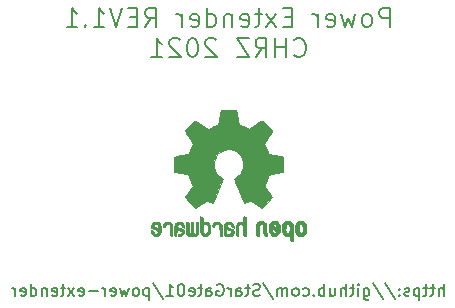
<source format=gbo>
G04 #@! TF.GenerationSoftware,KiCad,Pcbnew,5.1.10*
G04 #@! TF.CreationDate,2021-06-21T19:24:40+02:00*
G04 #@! TF.ProjectId,power-extender,706f7765-722d-4657-9874-656e6465722e,1*
G04 #@! TF.SameCoordinates,Original*
G04 #@! TF.FileFunction,Legend,Bot*
G04 #@! TF.FilePolarity,Positive*
%FSLAX46Y46*%
G04 Gerber Fmt 4.6, Leading zero omitted, Abs format (unit mm)*
G04 Created by KiCad (PCBNEW 5.1.10) date 2021-06-21 19:24:40*
%MOMM*%
%LPD*%
G01*
G04 APERTURE LIST*
%ADD10C,0.150000*%
%ADD11C,0.010000*%
G04 APERTURE END LIST*
D10*
X166714285Y-110702380D02*
X166714285Y-109702380D01*
X166285714Y-110702380D02*
X166285714Y-110178571D01*
X166333333Y-110083333D01*
X166428571Y-110035714D01*
X166571428Y-110035714D01*
X166666666Y-110083333D01*
X166714285Y-110130952D01*
X165952380Y-110035714D02*
X165571428Y-110035714D01*
X165809523Y-109702380D02*
X165809523Y-110559523D01*
X165761904Y-110654761D01*
X165666666Y-110702380D01*
X165571428Y-110702380D01*
X165380952Y-110035714D02*
X165000000Y-110035714D01*
X165238095Y-109702380D02*
X165238095Y-110559523D01*
X165190476Y-110654761D01*
X165095238Y-110702380D01*
X165000000Y-110702380D01*
X164666666Y-110035714D02*
X164666666Y-111035714D01*
X164666666Y-110083333D02*
X164571428Y-110035714D01*
X164380952Y-110035714D01*
X164285714Y-110083333D01*
X164238095Y-110130952D01*
X164190476Y-110226190D01*
X164190476Y-110511904D01*
X164238095Y-110607142D01*
X164285714Y-110654761D01*
X164380952Y-110702380D01*
X164571428Y-110702380D01*
X164666666Y-110654761D01*
X163809523Y-110654761D02*
X163714285Y-110702380D01*
X163523809Y-110702380D01*
X163428571Y-110654761D01*
X163380952Y-110559523D01*
X163380952Y-110511904D01*
X163428571Y-110416666D01*
X163523809Y-110369047D01*
X163666666Y-110369047D01*
X163761904Y-110321428D01*
X163809523Y-110226190D01*
X163809523Y-110178571D01*
X163761904Y-110083333D01*
X163666666Y-110035714D01*
X163523809Y-110035714D01*
X163428571Y-110083333D01*
X162952380Y-110607142D02*
X162904761Y-110654761D01*
X162952380Y-110702380D01*
X163000000Y-110654761D01*
X162952380Y-110607142D01*
X162952380Y-110702380D01*
X162952380Y-110083333D02*
X162904761Y-110130952D01*
X162952380Y-110178571D01*
X163000000Y-110130952D01*
X162952380Y-110083333D01*
X162952380Y-110178571D01*
X161761904Y-109654761D02*
X162619047Y-110940476D01*
X160714285Y-109654761D02*
X161571428Y-110940476D01*
X159952380Y-110035714D02*
X159952380Y-110845238D01*
X160000000Y-110940476D01*
X160047619Y-110988095D01*
X160142857Y-111035714D01*
X160285714Y-111035714D01*
X160380952Y-110988095D01*
X159952380Y-110654761D02*
X160047619Y-110702380D01*
X160238095Y-110702380D01*
X160333333Y-110654761D01*
X160380952Y-110607142D01*
X160428571Y-110511904D01*
X160428571Y-110226190D01*
X160380952Y-110130952D01*
X160333333Y-110083333D01*
X160238095Y-110035714D01*
X160047619Y-110035714D01*
X159952380Y-110083333D01*
X159476190Y-110702380D02*
X159476190Y-110035714D01*
X159476190Y-109702380D02*
X159523809Y-109750000D01*
X159476190Y-109797619D01*
X159428571Y-109750000D01*
X159476190Y-109702380D01*
X159476190Y-109797619D01*
X159142857Y-110035714D02*
X158761904Y-110035714D01*
X159000000Y-109702380D02*
X159000000Y-110559523D01*
X158952380Y-110654761D01*
X158857142Y-110702380D01*
X158761904Y-110702380D01*
X158428571Y-110702380D02*
X158428571Y-109702380D01*
X158000000Y-110702380D02*
X158000000Y-110178571D01*
X158047619Y-110083333D01*
X158142857Y-110035714D01*
X158285714Y-110035714D01*
X158380952Y-110083333D01*
X158428571Y-110130952D01*
X157095238Y-110035714D02*
X157095238Y-110702380D01*
X157523809Y-110035714D02*
X157523809Y-110559523D01*
X157476190Y-110654761D01*
X157380952Y-110702380D01*
X157238095Y-110702380D01*
X157142857Y-110654761D01*
X157095238Y-110607142D01*
X156619047Y-110702380D02*
X156619047Y-109702380D01*
X156619047Y-110083333D02*
X156523809Y-110035714D01*
X156333333Y-110035714D01*
X156238095Y-110083333D01*
X156190476Y-110130952D01*
X156142857Y-110226190D01*
X156142857Y-110511904D01*
X156190476Y-110607142D01*
X156238095Y-110654761D01*
X156333333Y-110702380D01*
X156523809Y-110702380D01*
X156619047Y-110654761D01*
X155714285Y-110607142D02*
X155666666Y-110654761D01*
X155714285Y-110702380D01*
X155761904Y-110654761D01*
X155714285Y-110607142D01*
X155714285Y-110702380D01*
X154809523Y-110654761D02*
X154904761Y-110702380D01*
X155095238Y-110702380D01*
X155190476Y-110654761D01*
X155238095Y-110607142D01*
X155285714Y-110511904D01*
X155285714Y-110226190D01*
X155238095Y-110130952D01*
X155190476Y-110083333D01*
X155095238Y-110035714D01*
X154904761Y-110035714D01*
X154809523Y-110083333D01*
X154238095Y-110702380D02*
X154333333Y-110654761D01*
X154380952Y-110607142D01*
X154428571Y-110511904D01*
X154428571Y-110226190D01*
X154380952Y-110130952D01*
X154333333Y-110083333D01*
X154238095Y-110035714D01*
X154095238Y-110035714D01*
X154000000Y-110083333D01*
X153952380Y-110130952D01*
X153904761Y-110226190D01*
X153904761Y-110511904D01*
X153952380Y-110607142D01*
X154000000Y-110654761D01*
X154095238Y-110702380D01*
X154238095Y-110702380D01*
X153476190Y-110702380D02*
X153476190Y-110035714D01*
X153476190Y-110130952D02*
X153428571Y-110083333D01*
X153333333Y-110035714D01*
X153190476Y-110035714D01*
X153095238Y-110083333D01*
X153047619Y-110178571D01*
X153047619Y-110702380D01*
X153047619Y-110178571D02*
X153000000Y-110083333D01*
X152904761Y-110035714D01*
X152761904Y-110035714D01*
X152666666Y-110083333D01*
X152619047Y-110178571D01*
X152619047Y-110702380D01*
X151428571Y-109654761D02*
X152285714Y-110940476D01*
X151142857Y-110654761D02*
X151000000Y-110702380D01*
X150761904Y-110702380D01*
X150666666Y-110654761D01*
X150619047Y-110607142D01*
X150571428Y-110511904D01*
X150571428Y-110416666D01*
X150619047Y-110321428D01*
X150666666Y-110273809D01*
X150761904Y-110226190D01*
X150952380Y-110178571D01*
X151047619Y-110130952D01*
X151095238Y-110083333D01*
X151142857Y-109988095D01*
X151142857Y-109892857D01*
X151095238Y-109797619D01*
X151047619Y-109750000D01*
X150952380Y-109702380D01*
X150714285Y-109702380D01*
X150571428Y-109750000D01*
X150285714Y-110035714D02*
X149904761Y-110035714D01*
X150142857Y-109702380D02*
X150142857Y-110559523D01*
X150095238Y-110654761D01*
X150000000Y-110702380D01*
X149904761Y-110702380D01*
X149142857Y-110702380D02*
X149142857Y-110178571D01*
X149190476Y-110083333D01*
X149285714Y-110035714D01*
X149476190Y-110035714D01*
X149571428Y-110083333D01*
X149142857Y-110654761D02*
X149238095Y-110702380D01*
X149476190Y-110702380D01*
X149571428Y-110654761D01*
X149619047Y-110559523D01*
X149619047Y-110464285D01*
X149571428Y-110369047D01*
X149476190Y-110321428D01*
X149238095Y-110321428D01*
X149142857Y-110273809D01*
X148666666Y-110702380D02*
X148666666Y-110035714D01*
X148666666Y-110226190D02*
X148619047Y-110130952D01*
X148571428Y-110083333D01*
X148476190Y-110035714D01*
X148380952Y-110035714D01*
X147523809Y-109750000D02*
X147619047Y-109702380D01*
X147761904Y-109702380D01*
X147904761Y-109750000D01*
X148000000Y-109845238D01*
X148047619Y-109940476D01*
X148095238Y-110130952D01*
X148095238Y-110273809D01*
X148047619Y-110464285D01*
X148000000Y-110559523D01*
X147904761Y-110654761D01*
X147761904Y-110702380D01*
X147666666Y-110702380D01*
X147523809Y-110654761D01*
X147476190Y-110607142D01*
X147476190Y-110273809D01*
X147666666Y-110273809D01*
X146619047Y-110702380D02*
X146619047Y-110178571D01*
X146666666Y-110083333D01*
X146761904Y-110035714D01*
X146952380Y-110035714D01*
X147047619Y-110083333D01*
X146619047Y-110654761D02*
X146714285Y-110702380D01*
X146952380Y-110702380D01*
X147047619Y-110654761D01*
X147095238Y-110559523D01*
X147095238Y-110464285D01*
X147047619Y-110369047D01*
X146952380Y-110321428D01*
X146714285Y-110321428D01*
X146619047Y-110273809D01*
X146285714Y-110035714D02*
X145904761Y-110035714D01*
X146142857Y-109702380D02*
X146142857Y-110559523D01*
X146095238Y-110654761D01*
X146000000Y-110702380D01*
X145904761Y-110702380D01*
X145190476Y-110654761D02*
X145285714Y-110702380D01*
X145476190Y-110702380D01*
X145571428Y-110654761D01*
X145619047Y-110559523D01*
X145619047Y-110178571D01*
X145571428Y-110083333D01*
X145476190Y-110035714D01*
X145285714Y-110035714D01*
X145190476Y-110083333D01*
X145142857Y-110178571D01*
X145142857Y-110273809D01*
X145619047Y-110369047D01*
X144523809Y-109702380D02*
X144428571Y-109702380D01*
X144333333Y-109750000D01*
X144285714Y-109797619D01*
X144238095Y-109892857D01*
X144190476Y-110083333D01*
X144190476Y-110321428D01*
X144238095Y-110511904D01*
X144285714Y-110607142D01*
X144333333Y-110654761D01*
X144428571Y-110702380D01*
X144523809Y-110702380D01*
X144619047Y-110654761D01*
X144666666Y-110607142D01*
X144714285Y-110511904D01*
X144761904Y-110321428D01*
X144761904Y-110083333D01*
X144714285Y-109892857D01*
X144666666Y-109797619D01*
X144619047Y-109750000D01*
X144523809Y-109702380D01*
X143238095Y-110702380D02*
X143809523Y-110702380D01*
X143523809Y-110702380D02*
X143523809Y-109702380D01*
X143619047Y-109845238D01*
X143714285Y-109940476D01*
X143809523Y-109988095D01*
X142095238Y-109654761D02*
X142952380Y-110940476D01*
X141761904Y-110035714D02*
X141761904Y-111035714D01*
X141761904Y-110083333D02*
X141666666Y-110035714D01*
X141476190Y-110035714D01*
X141380952Y-110083333D01*
X141333333Y-110130952D01*
X141285714Y-110226190D01*
X141285714Y-110511904D01*
X141333333Y-110607142D01*
X141380952Y-110654761D01*
X141476190Y-110702380D01*
X141666666Y-110702380D01*
X141761904Y-110654761D01*
X140714285Y-110702380D02*
X140809523Y-110654761D01*
X140857142Y-110607142D01*
X140904761Y-110511904D01*
X140904761Y-110226190D01*
X140857142Y-110130952D01*
X140809523Y-110083333D01*
X140714285Y-110035714D01*
X140571428Y-110035714D01*
X140476190Y-110083333D01*
X140428571Y-110130952D01*
X140380952Y-110226190D01*
X140380952Y-110511904D01*
X140428571Y-110607142D01*
X140476190Y-110654761D01*
X140571428Y-110702380D01*
X140714285Y-110702380D01*
X140047619Y-110035714D02*
X139857142Y-110702380D01*
X139666666Y-110226190D01*
X139476190Y-110702380D01*
X139285714Y-110035714D01*
X138523809Y-110654761D02*
X138619047Y-110702380D01*
X138809523Y-110702380D01*
X138904761Y-110654761D01*
X138952380Y-110559523D01*
X138952380Y-110178571D01*
X138904761Y-110083333D01*
X138809523Y-110035714D01*
X138619047Y-110035714D01*
X138523809Y-110083333D01*
X138476190Y-110178571D01*
X138476190Y-110273809D01*
X138952380Y-110369047D01*
X138047619Y-110702380D02*
X138047619Y-110035714D01*
X138047619Y-110226190D02*
X138000000Y-110130952D01*
X137952380Y-110083333D01*
X137857142Y-110035714D01*
X137761904Y-110035714D01*
X137428571Y-110321428D02*
X136666666Y-110321428D01*
X135809523Y-110654761D02*
X135904761Y-110702380D01*
X136095238Y-110702380D01*
X136190476Y-110654761D01*
X136238095Y-110559523D01*
X136238095Y-110178571D01*
X136190476Y-110083333D01*
X136095238Y-110035714D01*
X135904761Y-110035714D01*
X135809523Y-110083333D01*
X135761904Y-110178571D01*
X135761904Y-110273809D01*
X136238095Y-110369047D01*
X135428571Y-110702380D02*
X134904761Y-110035714D01*
X135428571Y-110035714D02*
X134904761Y-110702380D01*
X134666666Y-110035714D02*
X134285714Y-110035714D01*
X134523809Y-109702380D02*
X134523809Y-110559523D01*
X134476190Y-110654761D01*
X134380952Y-110702380D01*
X134285714Y-110702380D01*
X133571428Y-110654761D02*
X133666666Y-110702380D01*
X133857142Y-110702380D01*
X133952380Y-110654761D01*
X134000000Y-110559523D01*
X134000000Y-110178571D01*
X133952380Y-110083333D01*
X133857142Y-110035714D01*
X133666666Y-110035714D01*
X133571428Y-110083333D01*
X133523809Y-110178571D01*
X133523809Y-110273809D01*
X134000000Y-110369047D01*
X133095238Y-110035714D02*
X133095238Y-110702380D01*
X133095238Y-110130952D02*
X133047619Y-110083333D01*
X132952380Y-110035714D01*
X132809523Y-110035714D01*
X132714285Y-110083333D01*
X132666666Y-110178571D01*
X132666666Y-110702380D01*
X131761904Y-110702380D02*
X131761904Y-109702380D01*
X131761904Y-110654761D02*
X131857142Y-110702380D01*
X132047619Y-110702380D01*
X132142857Y-110654761D01*
X132190476Y-110607142D01*
X132238095Y-110511904D01*
X132238095Y-110226190D01*
X132190476Y-110130952D01*
X132142857Y-110083333D01*
X132047619Y-110035714D01*
X131857142Y-110035714D01*
X131761904Y-110083333D01*
X130904761Y-110654761D02*
X131000000Y-110702380D01*
X131190476Y-110702380D01*
X131285714Y-110654761D01*
X131333333Y-110559523D01*
X131333333Y-110178571D01*
X131285714Y-110083333D01*
X131190476Y-110035714D01*
X131000000Y-110035714D01*
X130904761Y-110083333D01*
X130857142Y-110178571D01*
X130857142Y-110273809D01*
X131333333Y-110369047D01*
X130428571Y-110702380D02*
X130428571Y-110035714D01*
X130428571Y-110226190D02*
X130380952Y-110130952D01*
X130333333Y-110083333D01*
X130238095Y-110035714D01*
X130142857Y-110035714D01*
X162138095Y-87948809D02*
X162138095Y-86348809D01*
X161528571Y-86348809D01*
X161376190Y-86425000D01*
X161300000Y-86501190D01*
X161223809Y-86653571D01*
X161223809Y-86882142D01*
X161300000Y-87034523D01*
X161376190Y-87110714D01*
X161528571Y-87186904D01*
X162138095Y-87186904D01*
X160309523Y-87948809D02*
X160461904Y-87872619D01*
X160538095Y-87796428D01*
X160614285Y-87644047D01*
X160614285Y-87186904D01*
X160538095Y-87034523D01*
X160461904Y-86958333D01*
X160309523Y-86882142D01*
X160080952Y-86882142D01*
X159928571Y-86958333D01*
X159852380Y-87034523D01*
X159776190Y-87186904D01*
X159776190Y-87644047D01*
X159852380Y-87796428D01*
X159928571Y-87872619D01*
X160080952Y-87948809D01*
X160309523Y-87948809D01*
X159242857Y-86882142D02*
X158938095Y-87948809D01*
X158633333Y-87186904D01*
X158328571Y-87948809D01*
X158023809Y-86882142D01*
X156804761Y-87872619D02*
X156957142Y-87948809D01*
X157261904Y-87948809D01*
X157414285Y-87872619D01*
X157490476Y-87720238D01*
X157490476Y-87110714D01*
X157414285Y-86958333D01*
X157261904Y-86882142D01*
X156957142Y-86882142D01*
X156804761Y-86958333D01*
X156728571Y-87110714D01*
X156728571Y-87263095D01*
X157490476Y-87415476D01*
X156042857Y-87948809D02*
X156042857Y-86882142D01*
X156042857Y-87186904D02*
X155966666Y-87034523D01*
X155890476Y-86958333D01*
X155738095Y-86882142D01*
X155585714Y-86882142D01*
X153833333Y-87110714D02*
X153300000Y-87110714D01*
X153071428Y-87948809D02*
X153833333Y-87948809D01*
X153833333Y-86348809D01*
X153071428Y-86348809D01*
X152538095Y-87948809D02*
X151700000Y-86882142D01*
X152538095Y-86882142D02*
X151700000Y-87948809D01*
X151319047Y-86882142D02*
X150709523Y-86882142D01*
X151090476Y-86348809D02*
X151090476Y-87720238D01*
X151014285Y-87872619D01*
X150861904Y-87948809D01*
X150709523Y-87948809D01*
X149566666Y-87872619D02*
X149719047Y-87948809D01*
X150023809Y-87948809D01*
X150176190Y-87872619D01*
X150252380Y-87720238D01*
X150252380Y-87110714D01*
X150176190Y-86958333D01*
X150023809Y-86882142D01*
X149719047Y-86882142D01*
X149566666Y-86958333D01*
X149490476Y-87110714D01*
X149490476Y-87263095D01*
X150252380Y-87415476D01*
X148804761Y-86882142D02*
X148804761Y-87948809D01*
X148804761Y-87034523D02*
X148728571Y-86958333D01*
X148576190Y-86882142D01*
X148347619Y-86882142D01*
X148195238Y-86958333D01*
X148119047Y-87110714D01*
X148119047Y-87948809D01*
X146671428Y-87948809D02*
X146671428Y-86348809D01*
X146671428Y-87872619D02*
X146823809Y-87948809D01*
X147128571Y-87948809D01*
X147280952Y-87872619D01*
X147357142Y-87796428D01*
X147433333Y-87644047D01*
X147433333Y-87186904D01*
X147357142Y-87034523D01*
X147280952Y-86958333D01*
X147128571Y-86882142D01*
X146823809Y-86882142D01*
X146671428Y-86958333D01*
X145300000Y-87872619D02*
X145452380Y-87948809D01*
X145757142Y-87948809D01*
X145909523Y-87872619D01*
X145985714Y-87720238D01*
X145985714Y-87110714D01*
X145909523Y-86958333D01*
X145757142Y-86882142D01*
X145452380Y-86882142D01*
X145300000Y-86958333D01*
X145223809Y-87110714D01*
X145223809Y-87263095D01*
X145985714Y-87415476D01*
X144538095Y-87948809D02*
X144538095Y-86882142D01*
X144538095Y-87186904D02*
X144461904Y-87034523D01*
X144385714Y-86958333D01*
X144233333Y-86882142D01*
X144080952Y-86882142D01*
X141414285Y-87948809D02*
X141947619Y-87186904D01*
X142328571Y-87948809D02*
X142328571Y-86348809D01*
X141719047Y-86348809D01*
X141566666Y-86425000D01*
X141490476Y-86501190D01*
X141414285Y-86653571D01*
X141414285Y-86882142D01*
X141490476Y-87034523D01*
X141566666Y-87110714D01*
X141719047Y-87186904D01*
X142328571Y-87186904D01*
X140728571Y-87110714D02*
X140195238Y-87110714D01*
X139966666Y-87948809D02*
X140728571Y-87948809D01*
X140728571Y-86348809D01*
X139966666Y-86348809D01*
X139509523Y-86348809D02*
X138976190Y-87948809D01*
X138442857Y-86348809D01*
X137071428Y-87948809D02*
X137985714Y-87948809D01*
X137528571Y-87948809D02*
X137528571Y-86348809D01*
X137680952Y-86577380D01*
X137833333Y-86729761D01*
X137985714Y-86805952D01*
X136385714Y-87796428D02*
X136309523Y-87872619D01*
X136385714Y-87948809D01*
X136461904Y-87872619D01*
X136385714Y-87796428D01*
X136385714Y-87948809D01*
X134785714Y-87948809D02*
X135700000Y-87948809D01*
X135242857Y-87948809D02*
X135242857Y-86348809D01*
X135395238Y-86577380D01*
X135547619Y-86729761D01*
X135700000Y-86805952D01*
X154061904Y-90346428D02*
X154138095Y-90422619D01*
X154366666Y-90498809D01*
X154519047Y-90498809D01*
X154747619Y-90422619D01*
X154900000Y-90270238D01*
X154976190Y-90117857D01*
X155052380Y-89813095D01*
X155052380Y-89584523D01*
X154976190Y-89279761D01*
X154900000Y-89127380D01*
X154747619Y-88975000D01*
X154519047Y-88898809D01*
X154366666Y-88898809D01*
X154138095Y-88975000D01*
X154061904Y-89051190D01*
X153376190Y-90498809D02*
X153376190Y-88898809D01*
X153376190Y-89660714D02*
X152461904Y-89660714D01*
X152461904Y-90498809D02*
X152461904Y-88898809D01*
X150785714Y-90498809D02*
X151319047Y-89736904D01*
X151700000Y-90498809D02*
X151700000Y-88898809D01*
X151090476Y-88898809D01*
X150938095Y-88975000D01*
X150861904Y-89051190D01*
X150785714Y-89203571D01*
X150785714Y-89432142D01*
X150861904Y-89584523D01*
X150938095Y-89660714D01*
X151090476Y-89736904D01*
X151700000Y-89736904D01*
X150252380Y-88898809D02*
X149185714Y-88898809D01*
X150252380Y-90498809D01*
X149185714Y-90498809D01*
X147433333Y-89051190D02*
X147357142Y-88975000D01*
X147204761Y-88898809D01*
X146823809Y-88898809D01*
X146671428Y-88975000D01*
X146595238Y-89051190D01*
X146519047Y-89203571D01*
X146519047Y-89355952D01*
X146595238Y-89584523D01*
X147509523Y-90498809D01*
X146519047Y-90498809D01*
X145528571Y-88898809D02*
X145376190Y-88898809D01*
X145223809Y-88975000D01*
X145147619Y-89051190D01*
X145071428Y-89203571D01*
X144995238Y-89508333D01*
X144995238Y-89889285D01*
X145071428Y-90194047D01*
X145147619Y-90346428D01*
X145223809Y-90422619D01*
X145376190Y-90498809D01*
X145528571Y-90498809D01*
X145680952Y-90422619D01*
X145757142Y-90346428D01*
X145833333Y-90194047D01*
X145909523Y-89889285D01*
X145909523Y-89508333D01*
X145833333Y-89203571D01*
X145757142Y-89051190D01*
X145680952Y-88975000D01*
X145528571Y-88898809D01*
X144385714Y-89051190D02*
X144309523Y-88975000D01*
X144157142Y-88898809D01*
X143776190Y-88898809D01*
X143623809Y-88975000D01*
X143547619Y-89051190D01*
X143471428Y-89203571D01*
X143471428Y-89355952D01*
X143547619Y-89584523D01*
X144461904Y-90498809D01*
X143471428Y-90498809D01*
X141947619Y-90498809D02*
X142861904Y-90498809D01*
X142404761Y-90498809D02*
X142404761Y-88898809D01*
X142557142Y-89127380D01*
X142709523Y-89279761D01*
X142861904Y-89355952D01*
D11*
G36*
X153328100Y-104361903D02*
G01*
X153216550Y-104417522D01*
X153118092Y-104519931D01*
X153090977Y-104557864D01*
X153061438Y-104607500D01*
X153042272Y-104661412D01*
X153031307Y-104733364D01*
X153026371Y-104837122D01*
X153025287Y-104974101D01*
X153030182Y-105161815D01*
X153047196Y-105302758D01*
X153079823Y-105407908D01*
X153131558Y-105488243D01*
X153205896Y-105554741D01*
X153211358Y-105558678D01*
X153284620Y-105598953D01*
X153372840Y-105618880D01*
X153485038Y-105623793D01*
X153667433Y-105623793D01*
X153667509Y-105800857D01*
X153669207Y-105899470D01*
X153679550Y-105957314D01*
X153706578Y-105992006D01*
X153758332Y-106021164D01*
X153770761Y-106027121D01*
X153828923Y-106055039D01*
X153873956Y-106072672D01*
X153907441Y-106074194D01*
X153930962Y-106053781D01*
X153946100Y-106005607D01*
X153954437Y-105923846D01*
X153957556Y-105802672D01*
X153957040Y-105636260D01*
X153954471Y-105418785D01*
X153953668Y-105353736D01*
X153950778Y-105129502D01*
X153948188Y-104982821D01*
X153667586Y-104982821D01*
X153666009Y-105107326D01*
X153659000Y-105188787D01*
X153643142Y-105242515D01*
X153615019Y-105283823D01*
X153595925Y-105303971D01*
X153517865Y-105362921D01*
X153448753Y-105367720D01*
X153377440Y-105319038D01*
X153375632Y-105317241D01*
X153346617Y-105279618D01*
X153328967Y-105228484D01*
X153320064Y-105149738D01*
X153317291Y-105029276D01*
X153317241Y-105002588D01*
X153323942Y-104836583D01*
X153345752Y-104721505D01*
X153385235Y-104651254D01*
X153444956Y-104619729D01*
X153479472Y-104616552D01*
X153561389Y-104631460D01*
X153617579Y-104680548D01*
X153651402Y-104770362D01*
X153666220Y-104907445D01*
X153667586Y-104982821D01*
X153948188Y-104982821D01*
X153947713Y-104955952D01*
X153943753Y-104825382D01*
X153938174Y-104730087D01*
X153930254Y-104662364D01*
X153919269Y-104614507D01*
X153904499Y-104578813D01*
X153885218Y-104547578D01*
X153876951Y-104535824D01*
X153767288Y-104424797D01*
X153628635Y-104361847D01*
X153468246Y-104344297D01*
X153328100Y-104361903D01*
G37*
X153328100Y-104361903D02*
X153216550Y-104417522D01*
X153118092Y-104519931D01*
X153090977Y-104557864D01*
X153061438Y-104607500D01*
X153042272Y-104661412D01*
X153031307Y-104733364D01*
X153026371Y-104837122D01*
X153025287Y-104974101D01*
X153030182Y-105161815D01*
X153047196Y-105302758D01*
X153079823Y-105407908D01*
X153131558Y-105488243D01*
X153205896Y-105554741D01*
X153211358Y-105558678D01*
X153284620Y-105598953D01*
X153372840Y-105618880D01*
X153485038Y-105623793D01*
X153667433Y-105623793D01*
X153667509Y-105800857D01*
X153669207Y-105899470D01*
X153679550Y-105957314D01*
X153706578Y-105992006D01*
X153758332Y-106021164D01*
X153770761Y-106027121D01*
X153828923Y-106055039D01*
X153873956Y-106072672D01*
X153907441Y-106074194D01*
X153930962Y-106053781D01*
X153946100Y-106005607D01*
X153954437Y-105923846D01*
X153957556Y-105802672D01*
X153957040Y-105636260D01*
X153954471Y-105418785D01*
X153953668Y-105353736D01*
X153950778Y-105129502D01*
X153948188Y-104982821D01*
X153667586Y-104982821D01*
X153666009Y-105107326D01*
X153659000Y-105188787D01*
X153643142Y-105242515D01*
X153615019Y-105283823D01*
X153595925Y-105303971D01*
X153517865Y-105362921D01*
X153448753Y-105367720D01*
X153377440Y-105319038D01*
X153375632Y-105317241D01*
X153346617Y-105279618D01*
X153328967Y-105228484D01*
X153320064Y-105149738D01*
X153317291Y-105029276D01*
X153317241Y-105002588D01*
X153323942Y-104836583D01*
X153345752Y-104721505D01*
X153385235Y-104651254D01*
X153444956Y-104619729D01*
X153479472Y-104616552D01*
X153561389Y-104631460D01*
X153617579Y-104680548D01*
X153651402Y-104770362D01*
X153666220Y-104907445D01*
X153667586Y-104982821D01*
X153948188Y-104982821D01*
X153947713Y-104955952D01*
X153943753Y-104825382D01*
X153938174Y-104730087D01*
X153930254Y-104662364D01*
X153919269Y-104614507D01*
X153904499Y-104578813D01*
X153885218Y-104547578D01*
X153876951Y-104535824D01*
X153767288Y-104424797D01*
X153628635Y-104361847D01*
X153468246Y-104344297D01*
X153328100Y-104361903D01*
G36*
X151082571Y-104377719D02*
G01*
X150988877Y-104431914D01*
X150923736Y-104485707D01*
X150876093Y-104542066D01*
X150843272Y-104610987D01*
X150822594Y-104702468D01*
X150811380Y-104826506D01*
X150806951Y-104993098D01*
X150806437Y-105112851D01*
X150806437Y-105553659D01*
X150930517Y-105609283D01*
X151054598Y-105664907D01*
X151069195Y-105182095D01*
X151075227Y-105001779D01*
X151081555Y-104870901D01*
X151089394Y-104780511D01*
X151099963Y-104721664D01*
X151114477Y-104685413D01*
X151134152Y-104662810D01*
X151140465Y-104657917D01*
X151236112Y-104619706D01*
X151332793Y-104634827D01*
X151390345Y-104674943D01*
X151413755Y-104703370D01*
X151429961Y-104740672D01*
X151440259Y-104797223D01*
X151445951Y-104883394D01*
X151448336Y-105009558D01*
X151448736Y-105141042D01*
X151448814Y-105305999D01*
X151451639Y-105422761D01*
X151461093Y-105501510D01*
X151481060Y-105552431D01*
X151515424Y-105585706D01*
X151568068Y-105611520D01*
X151638383Y-105638344D01*
X151715180Y-105667542D01*
X151706038Y-105149346D01*
X151702357Y-104962539D01*
X151698050Y-104824490D01*
X151691877Y-104725568D01*
X151682598Y-104656145D01*
X151668973Y-104606590D01*
X151649761Y-104567273D01*
X151626598Y-104532584D01*
X151514848Y-104421770D01*
X151378487Y-104357689D01*
X151230175Y-104342339D01*
X151082571Y-104377719D01*
G37*
X151082571Y-104377719D02*
X150988877Y-104431914D01*
X150923736Y-104485707D01*
X150876093Y-104542066D01*
X150843272Y-104610987D01*
X150822594Y-104702468D01*
X150811380Y-104826506D01*
X150806951Y-104993098D01*
X150806437Y-105112851D01*
X150806437Y-105553659D01*
X150930517Y-105609283D01*
X151054598Y-105664907D01*
X151069195Y-105182095D01*
X151075227Y-105001779D01*
X151081555Y-104870901D01*
X151089394Y-104780511D01*
X151099963Y-104721664D01*
X151114477Y-104685413D01*
X151134152Y-104662810D01*
X151140465Y-104657917D01*
X151236112Y-104619706D01*
X151332793Y-104634827D01*
X151390345Y-104674943D01*
X151413755Y-104703370D01*
X151429961Y-104740672D01*
X151440259Y-104797223D01*
X151445951Y-104883394D01*
X151448336Y-105009558D01*
X151448736Y-105141042D01*
X151448814Y-105305999D01*
X151451639Y-105422761D01*
X151461093Y-105501510D01*
X151481060Y-105552431D01*
X151515424Y-105585706D01*
X151568068Y-105611520D01*
X151638383Y-105638344D01*
X151715180Y-105667542D01*
X151706038Y-105149346D01*
X151702357Y-104962539D01*
X151698050Y-104824490D01*
X151691877Y-104725568D01*
X151682598Y-104656145D01*
X151668973Y-104606590D01*
X151649761Y-104567273D01*
X151626598Y-104532584D01*
X151514848Y-104421770D01*
X151378487Y-104357689D01*
X151230175Y-104342339D01*
X151082571Y-104377719D01*
G36*
X154451779Y-104366015D02*
G01*
X154314939Y-104437968D01*
X154213949Y-104553766D01*
X154178075Y-104628213D01*
X154150161Y-104739992D01*
X154135871Y-104881227D01*
X154134516Y-105035371D01*
X154145405Y-105185879D01*
X154167847Y-105316205D01*
X154201150Y-105409803D01*
X154211385Y-105425922D01*
X154332618Y-105546249D01*
X154476613Y-105618317D01*
X154632861Y-105639408D01*
X154790852Y-105606802D01*
X154834820Y-105587253D01*
X154920444Y-105527012D01*
X154995592Y-105447135D01*
X155002694Y-105437004D01*
X155031561Y-105388181D01*
X155050643Y-105335990D01*
X155061916Y-105267285D01*
X155067355Y-105168918D01*
X155068938Y-105027744D01*
X155068965Y-104996092D01*
X155068893Y-104986019D01*
X154777011Y-104986019D01*
X154775313Y-105119256D01*
X154768628Y-105207674D01*
X154754575Y-105264785D01*
X154730771Y-105304102D01*
X154718621Y-105317241D01*
X154648764Y-105367172D01*
X154580941Y-105364895D01*
X154512365Y-105321584D01*
X154471465Y-105275346D01*
X154447242Y-105207857D01*
X154433639Y-105101433D01*
X154432706Y-105089020D01*
X154430384Y-104896147D01*
X154454650Y-104752900D01*
X154505176Y-104660160D01*
X154581632Y-104618807D01*
X154608924Y-104616552D01*
X154680589Y-104627893D01*
X154729610Y-104667184D01*
X154759582Y-104742326D01*
X154774101Y-104861222D01*
X154777011Y-104986019D01*
X155068893Y-104986019D01*
X155067878Y-104845659D01*
X155063312Y-104740549D01*
X155053312Y-104667714D01*
X155035921Y-104614108D01*
X155009184Y-104566681D01*
X155003276Y-104557864D01*
X154903968Y-104439007D01*
X154795758Y-104370008D01*
X154664019Y-104342619D01*
X154619283Y-104341281D01*
X154451779Y-104366015D01*
G37*
X154451779Y-104366015D02*
X154314939Y-104437968D01*
X154213949Y-104553766D01*
X154178075Y-104628213D01*
X154150161Y-104739992D01*
X154135871Y-104881227D01*
X154134516Y-105035371D01*
X154145405Y-105185879D01*
X154167847Y-105316205D01*
X154201150Y-105409803D01*
X154211385Y-105425922D01*
X154332618Y-105546249D01*
X154476613Y-105618317D01*
X154632861Y-105639408D01*
X154790852Y-105606802D01*
X154834820Y-105587253D01*
X154920444Y-105527012D01*
X154995592Y-105447135D01*
X155002694Y-105437004D01*
X155031561Y-105388181D01*
X155050643Y-105335990D01*
X155061916Y-105267285D01*
X155067355Y-105168918D01*
X155068938Y-105027744D01*
X155068965Y-104996092D01*
X155068893Y-104986019D01*
X154777011Y-104986019D01*
X154775313Y-105119256D01*
X154768628Y-105207674D01*
X154754575Y-105264785D01*
X154730771Y-105304102D01*
X154718621Y-105317241D01*
X154648764Y-105367172D01*
X154580941Y-105364895D01*
X154512365Y-105321584D01*
X154471465Y-105275346D01*
X154447242Y-105207857D01*
X154433639Y-105101433D01*
X154432706Y-105089020D01*
X154430384Y-104896147D01*
X154454650Y-104752900D01*
X154505176Y-104660160D01*
X154581632Y-104618807D01*
X154608924Y-104616552D01*
X154680589Y-104627893D01*
X154729610Y-104667184D01*
X154759582Y-104742326D01*
X154774101Y-104861222D01*
X154777011Y-104986019D01*
X155068893Y-104986019D01*
X155067878Y-104845659D01*
X155063312Y-104740549D01*
X155053312Y-104667714D01*
X155035921Y-104614108D01*
X155009184Y-104566681D01*
X155003276Y-104557864D01*
X154903968Y-104439007D01*
X154795758Y-104370008D01*
X154664019Y-104342619D01*
X154619283Y-104341281D01*
X154451779Y-104366015D01*
G36*
X152184448Y-104384676D02*
G01*
X152069342Y-104462111D01*
X151980389Y-104573949D01*
X151927251Y-104716265D01*
X151916503Y-104821015D01*
X151917724Y-104864726D01*
X151927944Y-104898194D01*
X151956039Y-104928179D01*
X152010884Y-104961440D01*
X152101355Y-105004738D01*
X152236328Y-105064833D01*
X152237011Y-105065134D01*
X152361249Y-105122037D01*
X152463127Y-105172565D01*
X152532233Y-105211280D01*
X152558154Y-105232740D01*
X152558161Y-105232913D01*
X152535315Y-105279644D01*
X152481891Y-105331154D01*
X152420558Y-105368261D01*
X152389485Y-105375632D01*
X152304711Y-105350138D01*
X152231707Y-105286291D01*
X152196087Y-105216094D01*
X152161820Y-105164343D01*
X152094697Y-105105409D01*
X152015792Y-105054496D01*
X151946179Y-105026809D01*
X151931623Y-105025287D01*
X151915237Y-105050321D01*
X151914250Y-105114311D01*
X151926292Y-105200593D01*
X151948993Y-105292501D01*
X151979986Y-105373369D01*
X151981552Y-105376509D01*
X152074819Y-105506734D01*
X152195696Y-105595311D01*
X152332973Y-105638786D01*
X152475440Y-105633706D01*
X152611888Y-105576616D01*
X152617955Y-105572602D01*
X152725290Y-105475326D01*
X152795868Y-105348409D01*
X152834926Y-105181526D01*
X152840168Y-105134639D01*
X152849452Y-104913329D01*
X152838322Y-104810124D01*
X152558161Y-104810124D01*
X152554521Y-104874503D01*
X152534611Y-104893291D01*
X152484974Y-104879235D01*
X152406733Y-104846009D01*
X152319274Y-104804359D01*
X152317101Y-104803256D01*
X152242970Y-104764265D01*
X152213219Y-104738244D01*
X152220555Y-104710965D01*
X152251447Y-104675121D01*
X152330040Y-104623251D01*
X152414677Y-104619439D01*
X152490597Y-104657189D01*
X152543035Y-104730001D01*
X152558161Y-104810124D01*
X152838322Y-104810124D01*
X152830356Y-104736261D01*
X152781366Y-104595829D01*
X152713164Y-104497447D01*
X152590065Y-104398030D01*
X152454472Y-104348711D01*
X152316045Y-104345568D01*
X152184448Y-104384676D01*
G37*
X152184448Y-104384676D02*
X152069342Y-104462111D01*
X151980389Y-104573949D01*
X151927251Y-104716265D01*
X151916503Y-104821015D01*
X151917724Y-104864726D01*
X151927944Y-104898194D01*
X151956039Y-104928179D01*
X152010884Y-104961440D01*
X152101355Y-105004738D01*
X152236328Y-105064833D01*
X152237011Y-105065134D01*
X152361249Y-105122037D01*
X152463127Y-105172565D01*
X152532233Y-105211280D01*
X152558154Y-105232740D01*
X152558161Y-105232913D01*
X152535315Y-105279644D01*
X152481891Y-105331154D01*
X152420558Y-105368261D01*
X152389485Y-105375632D01*
X152304711Y-105350138D01*
X152231707Y-105286291D01*
X152196087Y-105216094D01*
X152161820Y-105164343D01*
X152094697Y-105105409D01*
X152015792Y-105054496D01*
X151946179Y-105026809D01*
X151931623Y-105025287D01*
X151915237Y-105050321D01*
X151914250Y-105114311D01*
X151926292Y-105200593D01*
X151948993Y-105292501D01*
X151979986Y-105373369D01*
X151981552Y-105376509D01*
X152074819Y-105506734D01*
X152195696Y-105595311D01*
X152332973Y-105638786D01*
X152475440Y-105633706D01*
X152611888Y-105576616D01*
X152617955Y-105572602D01*
X152725290Y-105475326D01*
X152795868Y-105348409D01*
X152834926Y-105181526D01*
X152840168Y-105134639D01*
X152849452Y-104913329D01*
X152838322Y-104810124D01*
X152558161Y-104810124D01*
X152554521Y-104874503D01*
X152534611Y-104893291D01*
X152484974Y-104879235D01*
X152406733Y-104846009D01*
X152319274Y-104804359D01*
X152317101Y-104803256D01*
X152242970Y-104764265D01*
X152213219Y-104738244D01*
X152220555Y-104710965D01*
X152251447Y-104675121D01*
X152330040Y-104623251D01*
X152414677Y-104619439D01*
X152490597Y-104657189D01*
X152543035Y-104730001D01*
X152558161Y-104810124D01*
X152838322Y-104810124D01*
X152830356Y-104736261D01*
X152781366Y-104595829D01*
X152713164Y-104497447D01*
X152590065Y-104398030D01*
X152454472Y-104348711D01*
X152316045Y-104345568D01*
X152184448Y-104384676D01*
G36*
X149755402Y-104223857D02*
G01*
X149746846Y-104343188D01*
X149737019Y-104413506D01*
X149723401Y-104444179D01*
X149703473Y-104444571D01*
X149697011Y-104440910D01*
X149611060Y-104414398D01*
X149499255Y-104415946D01*
X149385586Y-104443199D01*
X149314490Y-104478455D01*
X149241595Y-104534778D01*
X149188307Y-104598519D01*
X149151725Y-104679510D01*
X149128950Y-104787586D01*
X149117081Y-104932580D01*
X149113218Y-105124326D01*
X149113149Y-105161109D01*
X149113103Y-105574288D01*
X149205046Y-105606339D01*
X149270348Y-105628144D01*
X149306176Y-105638297D01*
X149307230Y-105638391D01*
X149310758Y-105610860D01*
X149313761Y-105534923D01*
X149316010Y-105420565D01*
X149317276Y-105277769D01*
X149317471Y-105190951D01*
X149317877Y-105019773D01*
X149319968Y-104897088D01*
X149325053Y-104813000D01*
X149334440Y-104757614D01*
X149349439Y-104721032D01*
X149371358Y-104693359D01*
X149385043Y-104680032D01*
X149479051Y-104626328D01*
X149581636Y-104622307D01*
X149674710Y-104667725D01*
X149691922Y-104684123D01*
X149717168Y-104714957D01*
X149734680Y-104751531D01*
X149745858Y-104804415D01*
X149752104Y-104884177D01*
X149754818Y-105001385D01*
X149755402Y-105162991D01*
X149755402Y-105574288D01*
X149847345Y-105606339D01*
X149912647Y-105628144D01*
X149948475Y-105638297D01*
X149949529Y-105638391D01*
X149952225Y-105610448D01*
X149954655Y-105531630D01*
X149956722Y-105409453D01*
X149958329Y-105251432D01*
X149959377Y-105065083D01*
X149959769Y-104857920D01*
X149959770Y-104848706D01*
X149959770Y-104059020D01*
X149864885Y-104018997D01*
X149770000Y-103978973D01*
X149755402Y-104223857D01*
G37*
X149755402Y-104223857D02*
X149746846Y-104343188D01*
X149737019Y-104413506D01*
X149723401Y-104444179D01*
X149703473Y-104444571D01*
X149697011Y-104440910D01*
X149611060Y-104414398D01*
X149499255Y-104415946D01*
X149385586Y-104443199D01*
X149314490Y-104478455D01*
X149241595Y-104534778D01*
X149188307Y-104598519D01*
X149151725Y-104679510D01*
X149128950Y-104787586D01*
X149117081Y-104932580D01*
X149113218Y-105124326D01*
X149113149Y-105161109D01*
X149113103Y-105574288D01*
X149205046Y-105606339D01*
X149270348Y-105628144D01*
X149306176Y-105638297D01*
X149307230Y-105638391D01*
X149310758Y-105610860D01*
X149313761Y-105534923D01*
X149316010Y-105420565D01*
X149317276Y-105277769D01*
X149317471Y-105190951D01*
X149317877Y-105019773D01*
X149319968Y-104897088D01*
X149325053Y-104813000D01*
X149334440Y-104757614D01*
X149349439Y-104721032D01*
X149371358Y-104693359D01*
X149385043Y-104680032D01*
X149479051Y-104626328D01*
X149581636Y-104622307D01*
X149674710Y-104667725D01*
X149691922Y-104684123D01*
X149717168Y-104714957D01*
X149734680Y-104751531D01*
X149745858Y-104804415D01*
X149752104Y-104884177D01*
X149754818Y-105001385D01*
X149755402Y-105162991D01*
X149755402Y-105574288D01*
X149847345Y-105606339D01*
X149912647Y-105628144D01*
X149948475Y-105638297D01*
X149949529Y-105638391D01*
X149952225Y-105610448D01*
X149954655Y-105531630D01*
X149956722Y-105409453D01*
X149958329Y-105251432D01*
X149959377Y-105065083D01*
X149959769Y-104857920D01*
X149959770Y-104848706D01*
X149959770Y-104059020D01*
X149864885Y-104018997D01*
X149770000Y-103978973D01*
X149755402Y-104223857D01*
G36*
X148420056Y-104424360D02*
G01*
X148305657Y-104466842D01*
X148304348Y-104467658D01*
X148233597Y-104519730D01*
X148181364Y-104580584D01*
X148144629Y-104659887D01*
X148120366Y-104767309D01*
X148105555Y-104912517D01*
X148097171Y-105105179D01*
X148096436Y-105132628D01*
X148085880Y-105546521D01*
X148174709Y-105592456D01*
X148238982Y-105623498D01*
X148277790Y-105638206D01*
X148279585Y-105638391D01*
X148286300Y-105611250D01*
X148291635Y-105538041D01*
X148294917Y-105431081D01*
X148295632Y-105344469D01*
X148295649Y-105204162D01*
X148302063Y-105116051D01*
X148324420Y-105074025D01*
X148372268Y-105071975D01*
X148455151Y-105103790D01*
X148580287Y-105162272D01*
X148672303Y-105210845D01*
X148719629Y-105252986D01*
X148733542Y-105298916D01*
X148733563Y-105301189D01*
X148710605Y-105380311D01*
X148642630Y-105423055D01*
X148538602Y-105429246D01*
X148463670Y-105428172D01*
X148424161Y-105449753D01*
X148399522Y-105501591D01*
X148385341Y-105567632D01*
X148405777Y-105605104D01*
X148413472Y-105610467D01*
X148485917Y-105632006D01*
X148587367Y-105635055D01*
X148691843Y-105620778D01*
X148765875Y-105594688D01*
X148868228Y-105507785D01*
X148926409Y-105386816D01*
X148937931Y-105292308D01*
X148929138Y-105207062D01*
X148897320Y-105137476D01*
X148834316Y-105075672D01*
X148731969Y-105013772D01*
X148582118Y-104943897D01*
X148572988Y-104939948D01*
X148438003Y-104877588D01*
X148354706Y-104826446D01*
X148319003Y-104780488D01*
X148326797Y-104733683D01*
X148373993Y-104679998D01*
X148388106Y-104667644D01*
X148482641Y-104619741D01*
X148580594Y-104621758D01*
X148665903Y-104668724D01*
X148722504Y-104755669D01*
X148727763Y-104772734D01*
X148778977Y-104855504D01*
X148843963Y-104895372D01*
X148937931Y-104934882D01*
X148937931Y-104832658D01*
X148909347Y-104684072D01*
X148824505Y-104547784D01*
X148780355Y-104502191D01*
X148679995Y-104443674D01*
X148552365Y-104417184D01*
X148420056Y-104424360D01*
G37*
X148420056Y-104424360D02*
X148305657Y-104466842D01*
X148304348Y-104467658D01*
X148233597Y-104519730D01*
X148181364Y-104580584D01*
X148144629Y-104659887D01*
X148120366Y-104767309D01*
X148105555Y-104912517D01*
X148097171Y-105105179D01*
X148096436Y-105132628D01*
X148085880Y-105546521D01*
X148174709Y-105592456D01*
X148238982Y-105623498D01*
X148277790Y-105638206D01*
X148279585Y-105638391D01*
X148286300Y-105611250D01*
X148291635Y-105538041D01*
X148294917Y-105431081D01*
X148295632Y-105344469D01*
X148295649Y-105204162D01*
X148302063Y-105116051D01*
X148324420Y-105074025D01*
X148372268Y-105071975D01*
X148455151Y-105103790D01*
X148580287Y-105162272D01*
X148672303Y-105210845D01*
X148719629Y-105252986D01*
X148733542Y-105298916D01*
X148733563Y-105301189D01*
X148710605Y-105380311D01*
X148642630Y-105423055D01*
X148538602Y-105429246D01*
X148463670Y-105428172D01*
X148424161Y-105449753D01*
X148399522Y-105501591D01*
X148385341Y-105567632D01*
X148405777Y-105605104D01*
X148413472Y-105610467D01*
X148485917Y-105632006D01*
X148587367Y-105635055D01*
X148691843Y-105620778D01*
X148765875Y-105594688D01*
X148868228Y-105507785D01*
X148926409Y-105386816D01*
X148937931Y-105292308D01*
X148929138Y-105207062D01*
X148897320Y-105137476D01*
X148834316Y-105075672D01*
X148731969Y-105013772D01*
X148582118Y-104943897D01*
X148572988Y-104939948D01*
X148438003Y-104877588D01*
X148354706Y-104826446D01*
X148319003Y-104780488D01*
X148326797Y-104733683D01*
X148373993Y-104679998D01*
X148388106Y-104667644D01*
X148482641Y-104619741D01*
X148580594Y-104621758D01*
X148665903Y-104668724D01*
X148722504Y-104755669D01*
X148727763Y-104772734D01*
X148778977Y-104855504D01*
X148843963Y-104895372D01*
X148937931Y-104934882D01*
X148937931Y-104832658D01*
X148909347Y-104684072D01*
X148824505Y-104547784D01*
X148780355Y-104502191D01*
X148679995Y-104443674D01*
X148552365Y-104417184D01*
X148420056Y-104424360D01*
G36*
X147434057Y-104421920D02*
G01*
X147301435Y-104470859D01*
X147193990Y-104557419D01*
X147151968Y-104618352D01*
X147106157Y-104730161D01*
X147107109Y-104811006D01*
X147155192Y-104865378D01*
X147172983Y-104874624D01*
X147249796Y-104903450D01*
X147289024Y-104896065D01*
X147302311Y-104847658D01*
X147302988Y-104820920D01*
X147327314Y-104722548D01*
X147390719Y-104653734D01*
X147478846Y-104620498D01*
X147577337Y-104628861D01*
X147657398Y-104672296D01*
X147684439Y-104697072D01*
X147703606Y-104727129D01*
X147716554Y-104772565D01*
X147724936Y-104843476D01*
X147730407Y-104949960D01*
X147734622Y-105102112D01*
X147735713Y-105150287D01*
X147739693Y-105315095D01*
X147744219Y-105431088D01*
X147751005Y-105507833D01*
X147761769Y-105554893D01*
X147778227Y-105581835D01*
X147802094Y-105598223D01*
X147817374Y-105605463D01*
X147882267Y-105630220D01*
X147920466Y-105638391D01*
X147933088Y-105611103D01*
X147940792Y-105528603D01*
X147943620Y-105389941D01*
X147941614Y-105194162D01*
X147940989Y-105163965D01*
X147936579Y-104985349D01*
X147931365Y-104854923D01*
X147923945Y-104762492D01*
X147912918Y-104697858D01*
X147896883Y-104650825D01*
X147874439Y-104611196D01*
X147862698Y-104594215D01*
X147795381Y-104519080D01*
X147720090Y-104460638D01*
X147710872Y-104455536D01*
X147575867Y-104415260D01*
X147434057Y-104421920D01*
G37*
X147434057Y-104421920D02*
X147301435Y-104470859D01*
X147193990Y-104557419D01*
X147151968Y-104618352D01*
X147106157Y-104730161D01*
X147107109Y-104811006D01*
X147155192Y-104865378D01*
X147172983Y-104874624D01*
X147249796Y-104903450D01*
X147289024Y-104896065D01*
X147302311Y-104847658D01*
X147302988Y-104820920D01*
X147327314Y-104722548D01*
X147390719Y-104653734D01*
X147478846Y-104620498D01*
X147577337Y-104628861D01*
X147657398Y-104672296D01*
X147684439Y-104697072D01*
X147703606Y-104727129D01*
X147716554Y-104772565D01*
X147724936Y-104843476D01*
X147730407Y-104949960D01*
X147734622Y-105102112D01*
X147735713Y-105150287D01*
X147739693Y-105315095D01*
X147744219Y-105431088D01*
X147751005Y-105507833D01*
X147761769Y-105554893D01*
X147778227Y-105581835D01*
X147802094Y-105598223D01*
X147817374Y-105605463D01*
X147882267Y-105630220D01*
X147920466Y-105638391D01*
X147933088Y-105611103D01*
X147940792Y-105528603D01*
X147943620Y-105389941D01*
X147941614Y-105194162D01*
X147940989Y-105163965D01*
X147936579Y-104985349D01*
X147931365Y-104854923D01*
X147923945Y-104762492D01*
X147912918Y-104697858D01*
X147896883Y-104650825D01*
X147874439Y-104611196D01*
X147862698Y-104594215D01*
X147795381Y-104519080D01*
X147720090Y-104460638D01*
X147710872Y-104455536D01*
X147575867Y-104415260D01*
X147434057Y-104421920D01*
G36*
X146106086Y-104654455D02*
G01*
X146106457Y-104872661D01*
X146107892Y-105040519D01*
X146110998Y-105166070D01*
X146116378Y-105257355D01*
X146124638Y-105322415D01*
X146136384Y-105369291D01*
X146152219Y-105406024D01*
X146164210Y-105426991D01*
X146263510Y-105540694D01*
X146389412Y-105611965D01*
X146528709Y-105637538D01*
X146668195Y-105614150D01*
X146751257Y-105572119D01*
X146838455Y-105499411D01*
X146897883Y-105410612D01*
X146933739Y-105294320D01*
X146950219Y-105139135D01*
X146952553Y-105025287D01*
X146952239Y-105017106D01*
X146748276Y-105017106D01*
X146747030Y-105147657D01*
X146741322Y-105234080D01*
X146728196Y-105290618D01*
X146704694Y-105331514D01*
X146676614Y-105362362D01*
X146582312Y-105421905D01*
X146481060Y-105426992D01*
X146385364Y-105377279D01*
X146377916Y-105370543D01*
X146346126Y-105335502D01*
X146326192Y-105293811D01*
X146315400Y-105231762D01*
X146311035Y-105135644D01*
X146310345Y-105029379D01*
X146311841Y-104895880D01*
X146318036Y-104806822D01*
X146331486Y-104748293D01*
X146354749Y-104706382D01*
X146373825Y-104684123D01*
X146462437Y-104627985D01*
X146564492Y-104621235D01*
X146661905Y-104664114D01*
X146680704Y-104680032D01*
X146712707Y-104715382D01*
X146732682Y-104757502D01*
X146743407Y-104820251D01*
X146747661Y-104917487D01*
X146748276Y-105017106D01*
X146952239Y-105017106D01*
X146945496Y-104841947D01*
X146921528Y-104704195D01*
X146876452Y-104600632D01*
X146806072Y-104519856D01*
X146751257Y-104478455D01*
X146651624Y-104433728D01*
X146536145Y-104412967D01*
X146428801Y-104418525D01*
X146368736Y-104440943D01*
X146345165Y-104447323D01*
X146329523Y-104423535D01*
X146318605Y-104359788D01*
X146310345Y-104262687D01*
X146301301Y-104154541D01*
X146288739Y-104089475D01*
X146265881Y-104052268D01*
X146225949Y-104027699D01*
X146200862Y-104016819D01*
X146105977Y-103977072D01*
X146106086Y-104654455D01*
G37*
X146106086Y-104654455D02*
X146106457Y-104872661D01*
X146107892Y-105040519D01*
X146110998Y-105166070D01*
X146116378Y-105257355D01*
X146124638Y-105322415D01*
X146136384Y-105369291D01*
X146152219Y-105406024D01*
X146164210Y-105426991D01*
X146263510Y-105540694D01*
X146389412Y-105611965D01*
X146528709Y-105637538D01*
X146668195Y-105614150D01*
X146751257Y-105572119D01*
X146838455Y-105499411D01*
X146897883Y-105410612D01*
X146933739Y-105294320D01*
X146950219Y-105139135D01*
X146952553Y-105025287D01*
X146952239Y-105017106D01*
X146748276Y-105017106D01*
X146747030Y-105147657D01*
X146741322Y-105234080D01*
X146728196Y-105290618D01*
X146704694Y-105331514D01*
X146676614Y-105362362D01*
X146582312Y-105421905D01*
X146481060Y-105426992D01*
X146385364Y-105377279D01*
X146377916Y-105370543D01*
X146346126Y-105335502D01*
X146326192Y-105293811D01*
X146315400Y-105231762D01*
X146311035Y-105135644D01*
X146310345Y-105029379D01*
X146311841Y-104895880D01*
X146318036Y-104806822D01*
X146331486Y-104748293D01*
X146354749Y-104706382D01*
X146373825Y-104684123D01*
X146462437Y-104627985D01*
X146564492Y-104621235D01*
X146661905Y-104664114D01*
X146680704Y-104680032D01*
X146712707Y-104715382D01*
X146732682Y-104757502D01*
X146743407Y-104820251D01*
X146747661Y-104917487D01*
X146748276Y-105017106D01*
X146952239Y-105017106D01*
X146945496Y-104841947D01*
X146921528Y-104704195D01*
X146876452Y-104600632D01*
X146806072Y-104519856D01*
X146751257Y-104478455D01*
X146651624Y-104433728D01*
X146536145Y-104412967D01*
X146428801Y-104418525D01*
X146368736Y-104440943D01*
X146345165Y-104447323D01*
X146329523Y-104423535D01*
X146318605Y-104359788D01*
X146310345Y-104262687D01*
X146301301Y-104154541D01*
X146288739Y-104089475D01*
X146265881Y-104052268D01*
X146225949Y-104027699D01*
X146200862Y-104016819D01*
X146105977Y-103977072D01*
X146106086Y-104654455D01*
G36*
X144919876Y-104439840D02*
G01*
X144915421Y-104516653D01*
X144911929Y-104633391D01*
X144909685Y-104780821D01*
X144908965Y-104935455D01*
X144908965Y-105458727D01*
X145001355Y-105551117D01*
X145065022Y-105608047D01*
X145120911Y-105631107D01*
X145197298Y-105629647D01*
X145227620Y-105625934D01*
X145322390Y-105615126D01*
X145400778Y-105608933D01*
X145419885Y-105608361D01*
X145484301Y-105612102D01*
X145576429Y-105621494D01*
X145612150Y-105625934D01*
X145699886Y-105632801D01*
X145758847Y-105617885D01*
X145817310Y-105571835D01*
X145838415Y-105551117D01*
X145930805Y-105458727D01*
X145930805Y-104479947D01*
X145856442Y-104446066D01*
X145792410Y-104420970D01*
X145754948Y-104412184D01*
X145745343Y-104439950D01*
X145736365Y-104517530D01*
X145728614Y-104636348D01*
X145722686Y-104787828D01*
X145719827Y-104915805D01*
X145711839Y-105419425D01*
X145642152Y-105429278D01*
X145578771Y-105422389D01*
X145547714Y-105400083D01*
X145539033Y-105358379D01*
X145531622Y-105269544D01*
X145526069Y-105144834D01*
X145522964Y-104995507D01*
X145522516Y-104918661D01*
X145522069Y-104476287D01*
X145430126Y-104444235D01*
X145365051Y-104422443D01*
X145329653Y-104412281D01*
X145328632Y-104412184D01*
X145325080Y-104439809D01*
X145321177Y-104516411D01*
X145317249Y-104632579D01*
X145313624Y-104778904D01*
X145311092Y-104915805D01*
X145303103Y-105419425D01*
X145127931Y-105419425D01*
X145119893Y-104959965D01*
X145111854Y-104500505D01*
X145026457Y-104456344D01*
X144963407Y-104426019D01*
X144926090Y-104412258D01*
X144925013Y-104412184D01*
X144919876Y-104439840D01*
G37*
X144919876Y-104439840D02*
X144915421Y-104516653D01*
X144911929Y-104633391D01*
X144909685Y-104780821D01*
X144908965Y-104935455D01*
X144908965Y-105458727D01*
X145001355Y-105551117D01*
X145065022Y-105608047D01*
X145120911Y-105631107D01*
X145197298Y-105629647D01*
X145227620Y-105625934D01*
X145322390Y-105615126D01*
X145400778Y-105608933D01*
X145419885Y-105608361D01*
X145484301Y-105612102D01*
X145576429Y-105621494D01*
X145612150Y-105625934D01*
X145699886Y-105632801D01*
X145758847Y-105617885D01*
X145817310Y-105571835D01*
X145838415Y-105551117D01*
X145930805Y-105458727D01*
X145930805Y-104479947D01*
X145856442Y-104446066D01*
X145792410Y-104420970D01*
X145754948Y-104412184D01*
X145745343Y-104439950D01*
X145736365Y-104517530D01*
X145728614Y-104636348D01*
X145722686Y-104787828D01*
X145719827Y-104915805D01*
X145711839Y-105419425D01*
X145642152Y-105429278D01*
X145578771Y-105422389D01*
X145547714Y-105400083D01*
X145539033Y-105358379D01*
X145531622Y-105269544D01*
X145526069Y-105144834D01*
X145522964Y-104995507D01*
X145522516Y-104918661D01*
X145522069Y-104476287D01*
X145430126Y-104444235D01*
X145365051Y-104422443D01*
X145329653Y-104412281D01*
X145328632Y-104412184D01*
X145325080Y-104439809D01*
X145321177Y-104516411D01*
X145317249Y-104632579D01*
X145313624Y-104778904D01*
X145311092Y-104915805D01*
X145303103Y-105419425D01*
X145127931Y-105419425D01*
X145119893Y-104959965D01*
X145111854Y-104500505D01*
X145026457Y-104456344D01*
X144963407Y-104426019D01*
X144926090Y-104412258D01*
X144925013Y-104412184D01*
X144919876Y-104439840D01*
G36*
X144185594Y-104435156D02*
G01*
X144101531Y-104473393D01*
X144035550Y-104519726D01*
X143987206Y-104571532D01*
X143953828Y-104638363D01*
X143932747Y-104729769D01*
X143921293Y-104855301D01*
X143916797Y-105024508D01*
X143916322Y-105135933D01*
X143916322Y-105570627D01*
X143990684Y-105604509D01*
X144049254Y-105629272D01*
X144078270Y-105638391D01*
X144083821Y-105611257D01*
X144088225Y-105538094D01*
X144090922Y-105431263D01*
X144091494Y-105346437D01*
X144093954Y-105223887D01*
X144100588Y-105126668D01*
X144110274Y-105067134D01*
X144117968Y-105054483D01*
X144169689Y-105067402D01*
X144250883Y-105100539D01*
X144344898Y-105145461D01*
X144435083Y-105193735D01*
X144504785Y-105236928D01*
X144537352Y-105266608D01*
X144537481Y-105266929D01*
X144534680Y-105321857D01*
X144509561Y-105374292D01*
X144465459Y-105416881D01*
X144401091Y-105431126D01*
X144346079Y-105429466D01*
X144268165Y-105428245D01*
X144227268Y-105446498D01*
X144202705Y-105494726D01*
X144199608Y-105503820D01*
X144188960Y-105572598D01*
X144217435Y-105614360D01*
X144291656Y-105634263D01*
X144371832Y-105637944D01*
X144516110Y-105610658D01*
X144590797Y-105571690D01*
X144683037Y-105480148D01*
X144731957Y-105367782D01*
X144736346Y-105249051D01*
X144694999Y-105138411D01*
X144632803Y-105069080D01*
X144570706Y-105030265D01*
X144473105Y-104981125D01*
X144359368Y-104931292D01*
X144340410Y-104923677D01*
X144215479Y-104868545D01*
X144143461Y-104819954D01*
X144120300Y-104771647D01*
X144141936Y-104717370D01*
X144179080Y-104674943D01*
X144266873Y-104622702D01*
X144363470Y-104618784D01*
X144452056Y-104659041D01*
X144515814Y-104739326D01*
X144524183Y-104760040D01*
X144572904Y-104836225D01*
X144644035Y-104892785D01*
X144733793Y-104939201D01*
X144733793Y-104807584D01*
X144728510Y-104727168D01*
X144705858Y-104663786D01*
X144655633Y-104596163D01*
X144607418Y-104544076D01*
X144532446Y-104470322D01*
X144474194Y-104430702D01*
X144411628Y-104414810D01*
X144340807Y-104412184D01*
X144185594Y-104435156D01*
G37*
X144185594Y-104435156D02*
X144101531Y-104473393D01*
X144035550Y-104519726D01*
X143987206Y-104571532D01*
X143953828Y-104638363D01*
X143932747Y-104729769D01*
X143921293Y-104855301D01*
X143916797Y-105024508D01*
X143916322Y-105135933D01*
X143916322Y-105570627D01*
X143990684Y-105604509D01*
X144049254Y-105629272D01*
X144078270Y-105638391D01*
X144083821Y-105611257D01*
X144088225Y-105538094D01*
X144090922Y-105431263D01*
X144091494Y-105346437D01*
X144093954Y-105223887D01*
X144100588Y-105126668D01*
X144110274Y-105067134D01*
X144117968Y-105054483D01*
X144169689Y-105067402D01*
X144250883Y-105100539D01*
X144344898Y-105145461D01*
X144435083Y-105193735D01*
X144504785Y-105236928D01*
X144537352Y-105266608D01*
X144537481Y-105266929D01*
X144534680Y-105321857D01*
X144509561Y-105374292D01*
X144465459Y-105416881D01*
X144401091Y-105431126D01*
X144346079Y-105429466D01*
X144268165Y-105428245D01*
X144227268Y-105446498D01*
X144202705Y-105494726D01*
X144199608Y-105503820D01*
X144188960Y-105572598D01*
X144217435Y-105614360D01*
X144291656Y-105634263D01*
X144371832Y-105637944D01*
X144516110Y-105610658D01*
X144590797Y-105571690D01*
X144683037Y-105480148D01*
X144731957Y-105367782D01*
X144736346Y-105249051D01*
X144694999Y-105138411D01*
X144632803Y-105069080D01*
X144570706Y-105030265D01*
X144473105Y-104981125D01*
X144359368Y-104931292D01*
X144340410Y-104923677D01*
X144215479Y-104868545D01*
X144143461Y-104819954D01*
X144120300Y-104771647D01*
X144141936Y-104717370D01*
X144179080Y-104674943D01*
X144266873Y-104622702D01*
X144363470Y-104618784D01*
X144452056Y-104659041D01*
X144515814Y-104739326D01*
X144524183Y-104760040D01*
X144572904Y-104836225D01*
X144644035Y-104892785D01*
X144733793Y-104939201D01*
X144733793Y-104807584D01*
X144728510Y-104727168D01*
X144705858Y-104663786D01*
X144655633Y-104596163D01*
X144607418Y-104544076D01*
X144532446Y-104470322D01*
X144474194Y-104430702D01*
X144411628Y-104414810D01*
X144340807Y-104412184D01*
X144185594Y-104435156D01*
G36*
X143164310Y-104440018D02*
G01*
X143129415Y-104455269D01*
X143046123Y-104521235D01*
X142974897Y-104616618D01*
X142930847Y-104718406D01*
X142923678Y-104768587D01*
X142947715Y-104838647D01*
X143000439Y-104875717D01*
X143056969Y-104898164D01*
X143082854Y-104902300D01*
X143095458Y-104872283D01*
X143120346Y-104806961D01*
X143131265Y-104777445D01*
X143192492Y-104675348D01*
X143281139Y-104624423D01*
X143394807Y-104625989D01*
X143403226Y-104627994D01*
X143463912Y-104656767D01*
X143508526Y-104712859D01*
X143538998Y-104803163D01*
X143557256Y-104934571D01*
X143565229Y-105113974D01*
X143565977Y-105209433D01*
X143566348Y-105359913D01*
X143568777Y-105462495D01*
X143575240Y-105527672D01*
X143587712Y-105565938D01*
X143608167Y-105587785D01*
X143638581Y-105603707D01*
X143640339Y-105604509D01*
X143698909Y-105629272D01*
X143727925Y-105638391D01*
X143732384Y-105610822D01*
X143736201Y-105534620D01*
X143739101Y-105419541D01*
X143740809Y-105275341D01*
X143741149Y-105169814D01*
X143739412Y-104965613D01*
X143732618Y-104810697D01*
X143718393Y-104696024D01*
X143694362Y-104612551D01*
X143658152Y-104551236D01*
X143607388Y-104503034D01*
X143557261Y-104469393D01*
X143436725Y-104424619D01*
X143296443Y-104414521D01*
X143164310Y-104440018D01*
G37*
X143164310Y-104440018D02*
X143129415Y-104455269D01*
X143046123Y-104521235D01*
X142974897Y-104616618D01*
X142930847Y-104718406D01*
X142923678Y-104768587D01*
X142947715Y-104838647D01*
X143000439Y-104875717D01*
X143056969Y-104898164D01*
X143082854Y-104902300D01*
X143095458Y-104872283D01*
X143120346Y-104806961D01*
X143131265Y-104777445D01*
X143192492Y-104675348D01*
X143281139Y-104624423D01*
X143394807Y-104625989D01*
X143403226Y-104627994D01*
X143463912Y-104656767D01*
X143508526Y-104712859D01*
X143538998Y-104803163D01*
X143557256Y-104934571D01*
X143565229Y-105113974D01*
X143565977Y-105209433D01*
X143566348Y-105359913D01*
X143568777Y-105462495D01*
X143575240Y-105527672D01*
X143587712Y-105565938D01*
X143608167Y-105587785D01*
X143638581Y-105603707D01*
X143640339Y-105604509D01*
X143698909Y-105629272D01*
X143727925Y-105638391D01*
X143732384Y-105610822D01*
X143736201Y-105534620D01*
X143739101Y-105419541D01*
X143740809Y-105275341D01*
X143741149Y-105169814D01*
X143739412Y-104965613D01*
X143732618Y-104810697D01*
X143718393Y-104696024D01*
X143694362Y-104612551D01*
X143658152Y-104551236D01*
X143607388Y-104503034D01*
X143557261Y-104469393D01*
X143436725Y-104424619D01*
X143296443Y-104414521D01*
X143164310Y-104440018D01*
G36*
X142156561Y-104456540D02*
G01*
X142041050Y-104532034D01*
X141985336Y-104599617D01*
X141941196Y-104722255D01*
X141937691Y-104819298D01*
X141945632Y-104949056D01*
X142244885Y-105080039D01*
X142390389Y-105146958D01*
X142485463Y-105200790D01*
X142534899Y-105247416D01*
X142543489Y-105292720D01*
X142516028Y-105342582D01*
X142485747Y-105375632D01*
X142397637Y-105428633D01*
X142301804Y-105432347D01*
X142213788Y-105391041D01*
X142149131Y-105308983D01*
X142137567Y-105280008D01*
X142082175Y-105189509D01*
X142018447Y-105150940D01*
X141931034Y-105117946D01*
X141931034Y-105243034D01*
X141938762Y-105328156D01*
X141969034Y-105399938D01*
X142032482Y-105482356D01*
X142041912Y-105493066D01*
X142112487Y-105566391D01*
X142173153Y-105605742D01*
X142249050Y-105623845D01*
X142311970Y-105629774D01*
X142424513Y-105631251D01*
X142504630Y-105612535D01*
X142554610Y-105584747D01*
X142633162Y-105523641D01*
X142687537Y-105457554D01*
X142721948Y-105374441D01*
X142740612Y-105262254D01*
X142747744Y-105108946D01*
X142748313Y-105031136D01*
X142746378Y-104937853D01*
X142570101Y-104937853D01*
X142568056Y-104987896D01*
X142562961Y-104996092D01*
X142529334Y-104984958D01*
X142456970Y-104955493D01*
X142360253Y-104913601D01*
X142340027Y-104904597D01*
X142217797Y-104842442D01*
X142150453Y-104787815D01*
X142135652Y-104736649D01*
X142171053Y-104684876D01*
X142200289Y-104662000D01*
X142305784Y-104616250D01*
X142404524Y-104623808D01*
X142487188Y-104679651D01*
X142544452Y-104778753D01*
X142562812Y-104857414D01*
X142570101Y-104937853D01*
X142746378Y-104937853D01*
X142744541Y-104849351D01*
X142730641Y-104714853D01*
X142703106Y-104616916D01*
X142658428Y-104544811D01*
X142593099Y-104487813D01*
X142564617Y-104469393D01*
X142435237Y-104421422D01*
X142293588Y-104418403D01*
X142156561Y-104456540D01*
G37*
X142156561Y-104456540D02*
X142041050Y-104532034D01*
X141985336Y-104599617D01*
X141941196Y-104722255D01*
X141937691Y-104819298D01*
X141945632Y-104949056D01*
X142244885Y-105080039D01*
X142390389Y-105146958D01*
X142485463Y-105200790D01*
X142534899Y-105247416D01*
X142543489Y-105292720D01*
X142516028Y-105342582D01*
X142485747Y-105375632D01*
X142397637Y-105428633D01*
X142301804Y-105432347D01*
X142213788Y-105391041D01*
X142149131Y-105308983D01*
X142137567Y-105280008D01*
X142082175Y-105189509D01*
X142018447Y-105150940D01*
X141931034Y-105117946D01*
X141931034Y-105243034D01*
X141938762Y-105328156D01*
X141969034Y-105399938D01*
X142032482Y-105482356D01*
X142041912Y-105493066D01*
X142112487Y-105566391D01*
X142173153Y-105605742D01*
X142249050Y-105623845D01*
X142311970Y-105629774D01*
X142424513Y-105631251D01*
X142504630Y-105612535D01*
X142554610Y-105584747D01*
X142633162Y-105523641D01*
X142687537Y-105457554D01*
X142721948Y-105374441D01*
X142740612Y-105262254D01*
X142747744Y-105108946D01*
X142748313Y-105031136D01*
X142746378Y-104937853D01*
X142570101Y-104937853D01*
X142568056Y-104987896D01*
X142562961Y-104996092D01*
X142529334Y-104984958D01*
X142456970Y-104955493D01*
X142360253Y-104913601D01*
X142340027Y-104904597D01*
X142217797Y-104842442D01*
X142150453Y-104787815D01*
X142135652Y-104736649D01*
X142171053Y-104684876D01*
X142200289Y-104662000D01*
X142305784Y-104616250D01*
X142404524Y-104623808D01*
X142487188Y-104679651D01*
X142544452Y-104778753D01*
X142562812Y-104857414D01*
X142570101Y-104937853D01*
X142746378Y-104937853D01*
X142744541Y-104849351D01*
X142730641Y-104714853D01*
X142703106Y-104616916D01*
X142658428Y-104544811D01*
X142593099Y-104487813D01*
X142564617Y-104469393D01*
X142435237Y-104421422D01*
X142293588Y-104418403D01*
X142156561Y-104456540D01*
G36*
X148290986Y-94952998D02*
G01*
X148132994Y-94953863D01*
X148018653Y-94956205D01*
X147940593Y-94960762D01*
X147891446Y-94968270D01*
X147863841Y-94979466D01*
X147850408Y-94995088D01*
X147843779Y-95015873D01*
X147843135Y-95018563D01*
X147833065Y-95067113D01*
X147814425Y-95162905D01*
X147789155Y-95295743D01*
X147759193Y-95455431D01*
X147726478Y-95631774D01*
X147725336Y-95637967D01*
X147692567Y-95810782D01*
X147661907Y-95963469D01*
X147635336Y-96086871D01*
X147614833Y-96171831D01*
X147602374Y-96209190D01*
X147601780Y-96209852D01*
X147565081Y-96228095D01*
X147489414Y-96258497D01*
X147391122Y-96294493D01*
X147390575Y-96294685D01*
X147266767Y-96341222D01*
X147120804Y-96400504D01*
X146983219Y-96460109D01*
X146976707Y-96463056D01*
X146752610Y-96564765D01*
X146256381Y-96225897D01*
X146104154Y-96122592D01*
X145966259Y-96030237D01*
X145850685Y-95954084D01*
X145765421Y-95899385D01*
X145718456Y-95871393D01*
X145713996Y-95869317D01*
X145679866Y-95878560D01*
X145616119Y-95923156D01*
X145520269Y-96005209D01*
X145389831Y-96126821D01*
X145256672Y-96256205D01*
X145128306Y-96383702D01*
X145013419Y-96500046D01*
X144918927Y-96598052D01*
X144851747Y-96670536D01*
X144818794Y-96710313D01*
X144817568Y-96712361D01*
X144813926Y-96739656D01*
X144827650Y-96784234D01*
X144862131Y-96852112D01*
X144920761Y-96949311D01*
X145006930Y-97081851D01*
X145121800Y-97252476D01*
X145223746Y-97402655D01*
X145314877Y-97537350D01*
X145389927Y-97648740D01*
X145443631Y-97729005D01*
X145470720Y-97770325D01*
X145472426Y-97773130D01*
X145469118Y-97812721D01*
X145444047Y-97889669D01*
X145402202Y-97989432D01*
X145387288Y-98021291D01*
X145322214Y-98163226D01*
X145252788Y-98324273D01*
X145196391Y-98463621D01*
X145155753Y-98567044D01*
X145123474Y-98645642D01*
X145104822Y-98686720D01*
X145102503Y-98689885D01*
X145068197Y-98695128D01*
X144987331Y-98709494D01*
X144870657Y-98730937D01*
X144728925Y-98757413D01*
X144572890Y-98786877D01*
X144413302Y-98817283D01*
X144260915Y-98846588D01*
X144126479Y-98872745D01*
X144020748Y-98893710D01*
X143954474Y-98907439D01*
X143938218Y-98911320D01*
X143921427Y-98920900D01*
X143908751Y-98942536D01*
X143899622Y-98983531D01*
X143893469Y-99051189D01*
X143889720Y-99152812D01*
X143887808Y-99295703D01*
X143887160Y-99487165D01*
X143887126Y-99565645D01*
X143887126Y-100203906D01*
X144040402Y-100234160D01*
X144125678Y-100250564D01*
X144252930Y-100274509D01*
X144406685Y-100303107D01*
X144571466Y-100333467D01*
X144617011Y-100341806D01*
X144769068Y-100371370D01*
X144901532Y-100400442D01*
X145003286Y-100426329D01*
X145063212Y-100446337D01*
X145073195Y-100452301D01*
X145097707Y-100494534D01*
X145132852Y-100576370D01*
X145171827Y-100681683D01*
X145179558Y-100704368D01*
X145230640Y-100845018D01*
X145294046Y-101003714D01*
X145356096Y-101146225D01*
X145356402Y-101146886D01*
X145459733Y-101370440D01*
X144780039Y-102370232D01*
X145216379Y-102807300D01*
X145348351Y-102937381D01*
X145468721Y-103052048D01*
X145570727Y-103145181D01*
X145647609Y-103210658D01*
X145692607Y-103242357D01*
X145699062Y-103244368D01*
X145736960Y-103228529D01*
X145814292Y-103184496D01*
X145922611Y-103117490D01*
X146053468Y-103032734D01*
X146194948Y-102937816D01*
X146338539Y-102840998D01*
X146466565Y-102756751D01*
X146570895Y-102690258D01*
X146643400Y-102646702D01*
X146675842Y-102631264D01*
X146715424Y-102644328D01*
X146790481Y-102678750D01*
X146885532Y-102727380D01*
X146895608Y-102732785D01*
X147023609Y-102796980D01*
X147111382Y-102828463D01*
X147165972Y-102828798D01*
X147194425Y-102799548D01*
X147194590Y-102799138D01*
X147208812Y-102764498D01*
X147242731Y-102682269D01*
X147293716Y-102558814D01*
X147359138Y-102400498D01*
X147436366Y-102213686D01*
X147522771Y-102004742D01*
X147606449Y-101802446D01*
X147698412Y-101579200D01*
X147782850Y-101372392D01*
X147857231Y-101188362D01*
X147919026Y-101033451D01*
X147965703Y-100913996D01*
X147994732Y-100836339D01*
X148003678Y-100807356D01*
X147981244Y-100774110D01*
X147922561Y-100721123D01*
X147844311Y-100662704D01*
X147621466Y-100477952D01*
X147447282Y-100266182D01*
X147323846Y-100031856D01*
X147253246Y-99779434D01*
X147237569Y-99513377D01*
X147248964Y-99390575D01*
X147311050Y-99135793D01*
X147417977Y-98910801D01*
X147563111Y-98717817D01*
X147739822Y-98559061D01*
X147941478Y-98436750D01*
X148161446Y-98353105D01*
X148393094Y-98310344D01*
X148629791Y-98310687D01*
X148864905Y-98356352D01*
X149091804Y-98449559D01*
X149303856Y-98592527D01*
X149392364Y-98673383D01*
X149562111Y-98881007D01*
X149680301Y-99107895D01*
X149747722Y-99347433D01*
X149765160Y-99593007D01*
X149733402Y-99838003D01*
X149653235Y-100075808D01*
X149525445Y-100299807D01*
X149350820Y-100503387D01*
X149155688Y-100662704D01*
X149074409Y-100723602D01*
X149016991Y-100776015D01*
X148996322Y-100807406D01*
X149007144Y-100841639D01*
X149037923Y-100923419D01*
X149086126Y-101046407D01*
X149149222Y-101204263D01*
X149224678Y-101390649D01*
X149309962Y-101599226D01*
X149393781Y-101802496D01*
X149486255Y-102025933D01*
X149571911Y-102232984D01*
X149648118Y-102417286D01*
X149712247Y-102572475D01*
X149761668Y-102692188D01*
X149793752Y-102770061D01*
X149805641Y-102799138D01*
X149833726Y-102828677D01*
X149888051Y-102828591D01*
X149975605Y-102797326D01*
X150103381Y-102733329D01*
X150104392Y-102732785D01*
X150200598Y-102683121D01*
X150278369Y-102646945D01*
X150322223Y-102631408D01*
X150324158Y-102631264D01*
X150357171Y-102647024D01*
X150430054Y-102690850D01*
X150534678Y-102757557D01*
X150662910Y-102841964D01*
X150805052Y-102937816D01*
X150949767Y-103034867D01*
X151080196Y-103119270D01*
X151187890Y-103185801D01*
X151264402Y-103229238D01*
X151300938Y-103244368D01*
X151334582Y-103224482D01*
X151402224Y-103168903D01*
X151497107Y-103083754D01*
X151612470Y-102975153D01*
X151741555Y-102849221D01*
X151783771Y-102807149D01*
X152220261Y-102369931D01*
X151888023Y-101882340D01*
X151787054Y-101732605D01*
X151698438Y-101598220D01*
X151627146Y-101486969D01*
X151578150Y-101406639D01*
X151556422Y-101365014D01*
X151555785Y-101362053D01*
X151567240Y-101322818D01*
X151598051Y-101243895D01*
X151642884Y-101138509D01*
X151674353Y-101067954D01*
X151733192Y-100932876D01*
X151788604Y-100796409D01*
X151831564Y-100681103D01*
X151843234Y-100645977D01*
X151876389Y-100552174D01*
X151908799Y-100479694D01*
X151926601Y-100452301D01*
X151965886Y-100435536D01*
X152051626Y-100411770D01*
X152172697Y-100383697D01*
X152317973Y-100354009D01*
X152382988Y-100341806D01*
X152548087Y-100311468D01*
X152706448Y-100282093D01*
X152842596Y-100256569D01*
X152941057Y-100237785D01*
X152959598Y-100234160D01*
X153112873Y-100203906D01*
X153112873Y-99565645D01*
X153112529Y-99355770D01*
X153111116Y-99196980D01*
X153108064Y-99081973D01*
X153102803Y-99003446D01*
X153094763Y-98954096D01*
X153083373Y-98926619D01*
X153068063Y-98913713D01*
X153061782Y-98911320D01*
X153023896Y-98902833D01*
X152940195Y-98885900D01*
X152821433Y-98862566D01*
X152678361Y-98834875D01*
X152521732Y-98804873D01*
X152362297Y-98774604D01*
X152210809Y-98746115D01*
X152078019Y-98721449D01*
X151974681Y-98702651D01*
X151911545Y-98691767D01*
X151897497Y-98689885D01*
X151884770Y-98664704D01*
X151856600Y-98597622D01*
X151818252Y-98501333D01*
X151803609Y-98463621D01*
X151744548Y-98317921D01*
X151675000Y-98156951D01*
X151612712Y-98021291D01*
X151566879Y-97917561D01*
X151536387Y-97832326D01*
X151526208Y-97780126D01*
X151527831Y-97773130D01*
X151549343Y-97740102D01*
X151598465Y-97666643D01*
X151669923Y-97560577D01*
X151758445Y-97429726D01*
X151858759Y-97281912D01*
X151878594Y-97252734D01*
X151994988Y-97079863D01*
X152080548Y-96948226D01*
X152138684Y-96851761D01*
X152172808Y-96784408D01*
X152186331Y-96740106D01*
X152182664Y-96712794D01*
X152182570Y-96712620D01*
X152153707Y-96676746D01*
X152089867Y-96607391D01*
X151997969Y-96511745D01*
X151884933Y-96396999D01*
X151757679Y-96270341D01*
X151743328Y-96256205D01*
X151582957Y-96100903D01*
X151459195Y-95986870D01*
X151369555Y-95912002D01*
X151311552Y-95874196D01*
X151286004Y-95869317D01*
X151248718Y-95890603D01*
X151171343Y-95939773D01*
X151061867Y-96011575D01*
X150928280Y-96100755D01*
X150778570Y-96202063D01*
X150743618Y-96225897D01*
X150247390Y-96564765D01*
X150023293Y-96463056D01*
X149887011Y-96403783D01*
X149740724Y-96344170D01*
X149614965Y-96296640D01*
X149609425Y-96294685D01*
X149511057Y-96258677D01*
X149435229Y-96228229D01*
X149398282Y-96209905D01*
X149398220Y-96209852D01*
X149386496Y-96176729D01*
X149366568Y-96095267D01*
X149340413Y-95974625D01*
X149310010Y-95823959D01*
X149277337Y-95652428D01*
X149274664Y-95637967D01*
X149241890Y-95461235D01*
X149211802Y-95300810D01*
X149186339Y-95166888D01*
X149167441Y-95069663D01*
X149157047Y-95019332D01*
X149156865Y-95018563D01*
X149150539Y-94997153D01*
X149138239Y-94980988D01*
X149112594Y-94969331D01*
X149066235Y-94961445D01*
X148991792Y-94956593D01*
X148881895Y-94954039D01*
X148729175Y-94953045D01*
X148526262Y-94952874D01*
X148500000Y-94952874D01*
X148290986Y-94952998D01*
G37*
X148290986Y-94952998D02*
X148132994Y-94953863D01*
X148018653Y-94956205D01*
X147940593Y-94960762D01*
X147891446Y-94968270D01*
X147863841Y-94979466D01*
X147850408Y-94995088D01*
X147843779Y-95015873D01*
X147843135Y-95018563D01*
X147833065Y-95067113D01*
X147814425Y-95162905D01*
X147789155Y-95295743D01*
X147759193Y-95455431D01*
X147726478Y-95631774D01*
X147725336Y-95637967D01*
X147692567Y-95810782D01*
X147661907Y-95963469D01*
X147635336Y-96086871D01*
X147614833Y-96171831D01*
X147602374Y-96209190D01*
X147601780Y-96209852D01*
X147565081Y-96228095D01*
X147489414Y-96258497D01*
X147391122Y-96294493D01*
X147390575Y-96294685D01*
X147266767Y-96341222D01*
X147120804Y-96400504D01*
X146983219Y-96460109D01*
X146976707Y-96463056D01*
X146752610Y-96564765D01*
X146256381Y-96225897D01*
X146104154Y-96122592D01*
X145966259Y-96030237D01*
X145850685Y-95954084D01*
X145765421Y-95899385D01*
X145718456Y-95871393D01*
X145713996Y-95869317D01*
X145679866Y-95878560D01*
X145616119Y-95923156D01*
X145520269Y-96005209D01*
X145389831Y-96126821D01*
X145256672Y-96256205D01*
X145128306Y-96383702D01*
X145013419Y-96500046D01*
X144918927Y-96598052D01*
X144851747Y-96670536D01*
X144818794Y-96710313D01*
X144817568Y-96712361D01*
X144813926Y-96739656D01*
X144827650Y-96784234D01*
X144862131Y-96852112D01*
X144920761Y-96949311D01*
X145006930Y-97081851D01*
X145121800Y-97252476D01*
X145223746Y-97402655D01*
X145314877Y-97537350D01*
X145389927Y-97648740D01*
X145443631Y-97729005D01*
X145470720Y-97770325D01*
X145472426Y-97773130D01*
X145469118Y-97812721D01*
X145444047Y-97889669D01*
X145402202Y-97989432D01*
X145387288Y-98021291D01*
X145322214Y-98163226D01*
X145252788Y-98324273D01*
X145196391Y-98463621D01*
X145155753Y-98567044D01*
X145123474Y-98645642D01*
X145104822Y-98686720D01*
X145102503Y-98689885D01*
X145068197Y-98695128D01*
X144987331Y-98709494D01*
X144870657Y-98730937D01*
X144728925Y-98757413D01*
X144572890Y-98786877D01*
X144413302Y-98817283D01*
X144260915Y-98846588D01*
X144126479Y-98872745D01*
X144020748Y-98893710D01*
X143954474Y-98907439D01*
X143938218Y-98911320D01*
X143921427Y-98920900D01*
X143908751Y-98942536D01*
X143899622Y-98983531D01*
X143893469Y-99051189D01*
X143889720Y-99152812D01*
X143887808Y-99295703D01*
X143887160Y-99487165D01*
X143887126Y-99565645D01*
X143887126Y-100203906D01*
X144040402Y-100234160D01*
X144125678Y-100250564D01*
X144252930Y-100274509D01*
X144406685Y-100303107D01*
X144571466Y-100333467D01*
X144617011Y-100341806D01*
X144769068Y-100371370D01*
X144901532Y-100400442D01*
X145003286Y-100426329D01*
X145063212Y-100446337D01*
X145073195Y-100452301D01*
X145097707Y-100494534D01*
X145132852Y-100576370D01*
X145171827Y-100681683D01*
X145179558Y-100704368D01*
X145230640Y-100845018D01*
X145294046Y-101003714D01*
X145356096Y-101146225D01*
X145356402Y-101146886D01*
X145459733Y-101370440D01*
X144780039Y-102370232D01*
X145216379Y-102807300D01*
X145348351Y-102937381D01*
X145468721Y-103052048D01*
X145570727Y-103145181D01*
X145647609Y-103210658D01*
X145692607Y-103242357D01*
X145699062Y-103244368D01*
X145736960Y-103228529D01*
X145814292Y-103184496D01*
X145922611Y-103117490D01*
X146053468Y-103032734D01*
X146194948Y-102937816D01*
X146338539Y-102840998D01*
X146466565Y-102756751D01*
X146570895Y-102690258D01*
X146643400Y-102646702D01*
X146675842Y-102631264D01*
X146715424Y-102644328D01*
X146790481Y-102678750D01*
X146885532Y-102727380D01*
X146895608Y-102732785D01*
X147023609Y-102796980D01*
X147111382Y-102828463D01*
X147165972Y-102828798D01*
X147194425Y-102799548D01*
X147194590Y-102799138D01*
X147208812Y-102764498D01*
X147242731Y-102682269D01*
X147293716Y-102558814D01*
X147359138Y-102400498D01*
X147436366Y-102213686D01*
X147522771Y-102004742D01*
X147606449Y-101802446D01*
X147698412Y-101579200D01*
X147782850Y-101372392D01*
X147857231Y-101188362D01*
X147919026Y-101033451D01*
X147965703Y-100913996D01*
X147994732Y-100836339D01*
X148003678Y-100807356D01*
X147981244Y-100774110D01*
X147922561Y-100721123D01*
X147844311Y-100662704D01*
X147621466Y-100477952D01*
X147447282Y-100266182D01*
X147323846Y-100031856D01*
X147253246Y-99779434D01*
X147237569Y-99513377D01*
X147248964Y-99390575D01*
X147311050Y-99135793D01*
X147417977Y-98910801D01*
X147563111Y-98717817D01*
X147739822Y-98559061D01*
X147941478Y-98436750D01*
X148161446Y-98353105D01*
X148393094Y-98310344D01*
X148629791Y-98310687D01*
X148864905Y-98356352D01*
X149091804Y-98449559D01*
X149303856Y-98592527D01*
X149392364Y-98673383D01*
X149562111Y-98881007D01*
X149680301Y-99107895D01*
X149747722Y-99347433D01*
X149765160Y-99593007D01*
X149733402Y-99838003D01*
X149653235Y-100075808D01*
X149525445Y-100299807D01*
X149350820Y-100503387D01*
X149155688Y-100662704D01*
X149074409Y-100723602D01*
X149016991Y-100776015D01*
X148996322Y-100807406D01*
X149007144Y-100841639D01*
X149037923Y-100923419D01*
X149086126Y-101046407D01*
X149149222Y-101204263D01*
X149224678Y-101390649D01*
X149309962Y-101599226D01*
X149393781Y-101802496D01*
X149486255Y-102025933D01*
X149571911Y-102232984D01*
X149648118Y-102417286D01*
X149712247Y-102572475D01*
X149761668Y-102692188D01*
X149793752Y-102770061D01*
X149805641Y-102799138D01*
X149833726Y-102828677D01*
X149888051Y-102828591D01*
X149975605Y-102797326D01*
X150103381Y-102733329D01*
X150104392Y-102732785D01*
X150200598Y-102683121D01*
X150278369Y-102646945D01*
X150322223Y-102631408D01*
X150324158Y-102631264D01*
X150357171Y-102647024D01*
X150430054Y-102690850D01*
X150534678Y-102757557D01*
X150662910Y-102841964D01*
X150805052Y-102937816D01*
X150949767Y-103034867D01*
X151080196Y-103119270D01*
X151187890Y-103185801D01*
X151264402Y-103229238D01*
X151300938Y-103244368D01*
X151334582Y-103224482D01*
X151402224Y-103168903D01*
X151497107Y-103083754D01*
X151612470Y-102975153D01*
X151741555Y-102849221D01*
X151783771Y-102807149D01*
X152220261Y-102369931D01*
X151888023Y-101882340D01*
X151787054Y-101732605D01*
X151698438Y-101598220D01*
X151627146Y-101486969D01*
X151578150Y-101406639D01*
X151556422Y-101365014D01*
X151555785Y-101362053D01*
X151567240Y-101322818D01*
X151598051Y-101243895D01*
X151642884Y-101138509D01*
X151674353Y-101067954D01*
X151733192Y-100932876D01*
X151788604Y-100796409D01*
X151831564Y-100681103D01*
X151843234Y-100645977D01*
X151876389Y-100552174D01*
X151908799Y-100479694D01*
X151926601Y-100452301D01*
X151965886Y-100435536D01*
X152051626Y-100411770D01*
X152172697Y-100383697D01*
X152317973Y-100354009D01*
X152382988Y-100341806D01*
X152548087Y-100311468D01*
X152706448Y-100282093D01*
X152842596Y-100256569D01*
X152941057Y-100237785D01*
X152959598Y-100234160D01*
X153112873Y-100203906D01*
X153112873Y-99565645D01*
X153112529Y-99355770D01*
X153111116Y-99196980D01*
X153108064Y-99081973D01*
X153102803Y-99003446D01*
X153094763Y-98954096D01*
X153083373Y-98926619D01*
X153068063Y-98913713D01*
X153061782Y-98911320D01*
X153023896Y-98902833D01*
X152940195Y-98885900D01*
X152821433Y-98862566D01*
X152678361Y-98834875D01*
X152521732Y-98804873D01*
X152362297Y-98774604D01*
X152210809Y-98746115D01*
X152078019Y-98721449D01*
X151974681Y-98702651D01*
X151911545Y-98691767D01*
X151897497Y-98689885D01*
X151884770Y-98664704D01*
X151856600Y-98597622D01*
X151818252Y-98501333D01*
X151803609Y-98463621D01*
X151744548Y-98317921D01*
X151675000Y-98156951D01*
X151612712Y-98021291D01*
X151566879Y-97917561D01*
X151536387Y-97832326D01*
X151526208Y-97780126D01*
X151527831Y-97773130D01*
X151549343Y-97740102D01*
X151598465Y-97666643D01*
X151669923Y-97560577D01*
X151758445Y-97429726D01*
X151858759Y-97281912D01*
X151878594Y-97252734D01*
X151994988Y-97079863D01*
X152080548Y-96948226D01*
X152138684Y-96851761D01*
X152172808Y-96784408D01*
X152186331Y-96740106D01*
X152182664Y-96712794D01*
X152182570Y-96712620D01*
X152153707Y-96676746D01*
X152089867Y-96607391D01*
X151997969Y-96511745D01*
X151884933Y-96396999D01*
X151757679Y-96270341D01*
X151743328Y-96256205D01*
X151582957Y-96100903D01*
X151459195Y-95986870D01*
X151369555Y-95912002D01*
X151311552Y-95874196D01*
X151286004Y-95869317D01*
X151248718Y-95890603D01*
X151171343Y-95939773D01*
X151061867Y-96011575D01*
X150928280Y-96100755D01*
X150778570Y-96202063D01*
X150743618Y-96225897D01*
X150247390Y-96564765D01*
X150023293Y-96463056D01*
X149887011Y-96403783D01*
X149740724Y-96344170D01*
X149614965Y-96296640D01*
X149609425Y-96294685D01*
X149511057Y-96258677D01*
X149435229Y-96228229D01*
X149398282Y-96209905D01*
X149398220Y-96209852D01*
X149386496Y-96176729D01*
X149366568Y-96095267D01*
X149340413Y-95974625D01*
X149310010Y-95823959D01*
X149277337Y-95652428D01*
X149274664Y-95637967D01*
X149241890Y-95461235D01*
X149211802Y-95300810D01*
X149186339Y-95166888D01*
X149167441Y-95069663D01*
X149157047Y-95019332D01*
X149156865Y-95018563D01*
X149150539Y-94997153D01*
X149138239Y-94980988D01*
X149112594Y-94969331D01*
X149066235Y-94961445D01*
X148991792Y-94956593D01*
X148881895Y-94954039D01*
X148729175Y-94953045D01*
X148526262Y-94952874D01*
X148500000Y-94952874D01*
X148290986Y-94952998D01*
M02*

</source>
